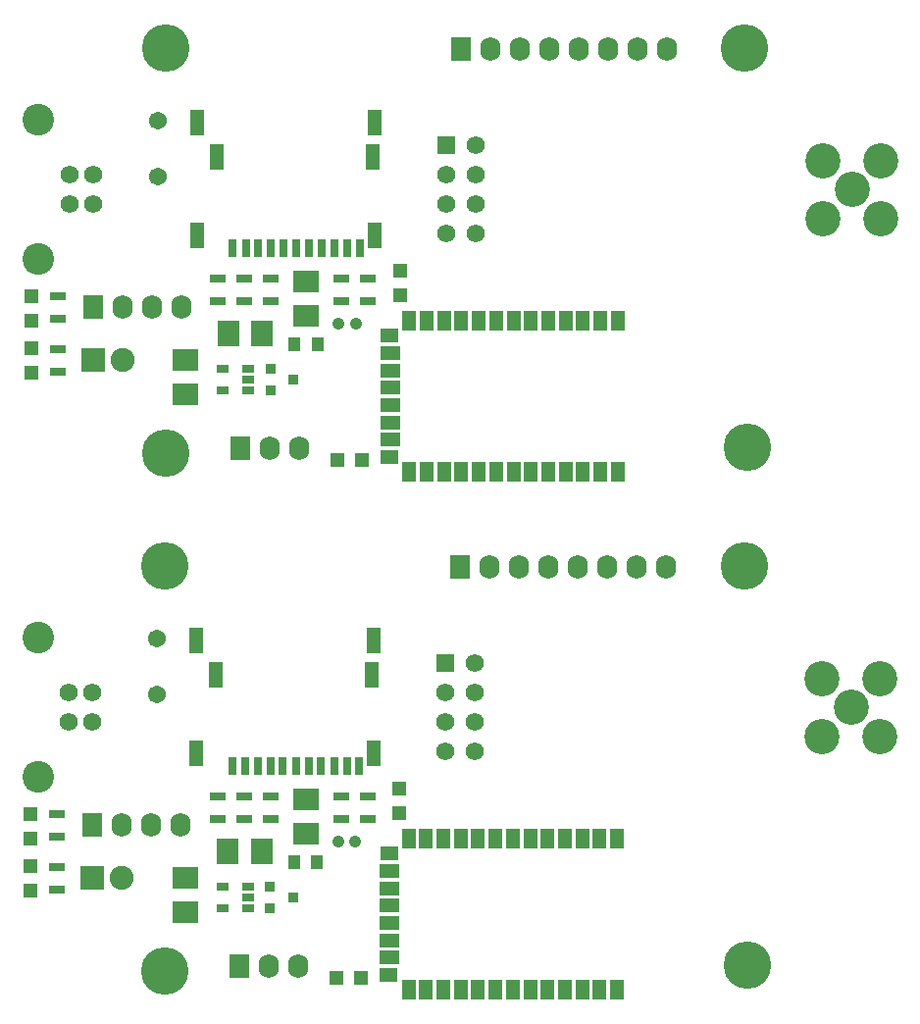
<source format=gts>
G04 #@! TF.FileFunction,Soldermask,Top*
%FSLAX46Y46*%
G04 Gerber Fmt 4.6, Leading zero omitted, Abs format (unit mm)*
G04 Created by KiCad (PCBNEW 4.0.4-stable) date Mon Oct 10 23:42:20 2016*
%MOMM*%
%LPD*%
G01*
G04 APERTURE LIST*
%ADD10C,0.100000*%
%ADD11R,1.238880X1.739260*%
%ADD12R,1.637660X1.238880*%
%ADD13R,1.739260X1.238880*%
%ADD14R,1.238880X1.238880*%
%ADD15R,2.072000X2.072000*%
%ADD16O,2.072000X2.072000*%
%ADD17R,1.340000X0.740000*%
%ADD18C,4.104000*%
%ADD19C,1.040760*%
%ADD20C,1.541140*%
%ADD21R,1.100000X0.690000*%
%ADD22R,0.840100X0.840100*%
%ADD23R,1.767200X2.072000*%
%ADD24O,1.767200X2.072000*%
%ADD25C,1.564000*%
%ADD26C,2.740020*%
%ADD27R,1.564000X1.564000*%
%ADD28C,3.040000*%
%ADD29R,0.700400X1.614800*%
%ADD30R,1.208400X2.224400*%
%ADD31R,2.270000X1.840000*%
%ADD32R,1.840000X2.270000*%
%ADD33R,1.040000X1.290000*%
G04 APERTURE END LIST*
D10*
D11*
X64470280Y-93322140D03*
X62969140Y-93322140D03*
X61470540Y-93322140D03*
X65968880Y-93322140D03*
X67470020Y-93322140D03*
X68968620Y-93322140D03*
X70469760Y-93322140D03*
X71968360Y-93322140D03*
X73469500Y-93322140D03*
X74970640Y-93322140D03*
X76469240Y-93322140D03*
X77970380Y-93322140D03*
X79468980Y-93322140D03*
D12*
X59773820Y-94571820D03*
D13*
X59819540Y-96075500D03*
X59819540Y-97574100D03*
X59819540Y-99072700D03*
X59819540Y-100571300D03*
X59819540Y-102069900D03*
X59819540Y-103568500D03*
D12*
X59771280Y-105067100D03*
D11*
X61470540Y-106321860D03*
X62969140Y-106321860D03*
X64472820Y-106321860D03*
X65968880Y-106321860D03*
X67470020Y-106321860D03*
X68968620Y-106321860D03*
X70469760Y-106321860D03*
X71968360Y-106321860D03*
X73469500Y-106321860D03*
X74970640Y-106321860D03*
X76469240Y-106321860D03*
X77970380Y-106321860D03*
X79468980Y-106321860D03*
D14*
X60642500Y-91092020D03*
X60642500Y-88993980D03*
X57373520Y-105283000D03*
X55275480Y-105283000D03*
D15*
X34163000Y-96710500D03*
D16*
X36703000Y-96710500D03*
D17*
X31115000Y-97660500D03*
X31115000Y-95760500D03*
D14*
X28829000Y-95661480D03*
X28829000Y-97759520D03*
D18*
X90678000Y-104203500D03*
X40433000Y-104738500D03*
X90433000Y-69738500D03*
X40433000Y-69738500D03*
D19*
X56883300Y-93535500D03*
X55384700Y-93535500D03*
D20*
X39751000Y-75981560D03*
X39751000Y-80863440D03*
D21*
X47582000Y-99311500D03*
X47582000Y-98361500D03*
X47582000Y-97411500D03*
X45382000Y-97411500D03*
X45382000Y-99311500D03*
D17*
X31115000Y-91188500D03*
X31115000Y-93088500D03*
X44958000Y-91564500D03*
X44958000Y-89664500D03*
X47244000Y-91564500D03*
X47244000Y-89664500D03*
X49530000Y-91564500D03*
X49530000Y-89664500D03*
X55626000Y-91564500D03*
X55626000Y-89664500D03*
X57912000Y-91564500D03*
X57912000Y-89664500D03*
D22*
X49481740Y-97411500D03*
X49481740Y-99311500D03*
X51480720Y-98361500D03*
D23*
X65913000Y-69850000D03*
D24*
X68453000Y-69850000D03*
X70993000Y-69850000D03*
X73533000Y-69850000D03*
X76073000Y-69850000D03*
X78613000Y-69850000D03*
X81153000Y-69850000D03*
X83693000Y-69850000D03*
D25*
X34163000Y-80708500D03*
X34163000Y-83248500D03*
X32164020Y-83248500D03*
X32164020Y-80708500D03*
D26*
X29464000Y-75979020D03*
X29464000Y-87977980D03*
D27*
X64643000Y-78168500D03*
D25*
X67183000Y-78168500D03*
X64643000Y-80708500D03*
X67183000Y-80708500D03*
X64643000Y-83248500D03*
X67183000Y-83248500D03*
X64643000Y-85788500D03*
X67183000Y-85788500D03*
D28*
X97183000Y-84478500D03*
X97183000Y-79478500D03*
X99683000Y-81978500D03*
X102183000Y-79478500D03*
X102183000Y-84478500D03*
D23*
X46863000Y-104330500D03*
D24*
X49403000Y-104330500D03*
X51943000Y-104330500D03*
D23*
X34163000Y-92138500D03*
D24*
X36703000Y-92138500D03*
X39243000Y-92138500D03*
X41783000Y-92138500D03*
D29*
X46228000Y-87058500D03*
X48437800Y-87058500D03*
X49530000Y-87058500D03*
X50622200Y-87058500D03*
X51739800Y-87058500D03*
X52832000Y-87058500D03*
X53924200Y-87058500D03*
X55041800Y-87058500D03*
X56134000Y-87058500D03*
X47355760Y-87058500D03*
D30*
X44831000Y-79184500D03*
X58293000Y-79184500D03*
D29*
X57226200Y-87058500D03*
D30*
X58473000Y-76158500D03*
X43123000Y-76158500D03*
X58473000Y-85958500D03*
X43123000Y-85958500D03*
D14*
X28829000Y-91216480D03*
X28829000Y-93314520D03*
D31*
X52578000Y-92836500D03*
X52578000Y-89916500D03*
D32*
X48767500Y-94361000D03*
X45847500Y-94361000D03*
D33*
X53578000Y-95313500D03*
X51578000Y-95313500D03*
D31*
X42164000Y-99631000D03*
X42164000Y-96711000D03*
X42227500Y-54927000D03*
X42227500Y-52007000D03*
D33*
X53641500Y-50609500D03*
X51641500Y-50609500D03*
D32*
X48831000Y-49657000D03*
X45911000Y-49657000D03*
D31*
X52641500Y-48132500D03*
X52641500Y-45212500D03*
D14*
X28892500Y-46512480D03*
X28892500Y-48610520D03*
D29*
X46291500Y-42354500D03*
X48501300Y-42354500D03*
X49593500Y-42354500D03*
X50685700Y-42354500D03*
X51803300Y-42354500D03*
X52895500Y-42354500D03*
X53987700Y-42354500D03*
X55105300Y-42354500D03*
X56197500Y-42354500D03*
X47419260Y-42354500D03*
D30*
X44894500Y-34480500D03*
X58356500Y-34480500D03*
D29*
X57289700Y-42354500D03*
D30*
X58536500Y-31454500D03*
X43186500Y-31454500D03*
X58536500Y-41254500D03*
X43186500Y-41254500D03*
D23*
X34226500Y-47434500D03*
D24*
X36766500Y-47434500D03*
X39306500Y-47434500D03*
X41846500Y-47434500D03*
D23*
X46926500Y-59626500D03*
D24*
X49466500Y-59626500D03*
X52006500Y-59626500D03*
D27*
X64706500Y-33464500D03*
D25*
X67246500Y-33464500D03*
X64706500Y-36004500D03*
X67246500Y-36004500D03*
X64706500Y-38544500D03*
X67246500Y-38544500D03*
X64706500Y-41084500D03*
X67246500Y-41084500D03*
D28*
X97246500Y-39774500D03*
X97246500Y-34774500D03*
X99746500Y-37274500D03*
X102246500Y-34774500D03*
X102246500Y-39774500D03*
D25*
X34226500Y-36004500D03*
X34226500Y-38544500D03*
X32227520Y-38544500D03*
X32227520Y-36004500D03*
D26*
X29527500Y-31275020D03*
X29527500Y-43273980D03*
D23*
X65976500Y-25146000D03*
D24*
X68516500Y-25146000D03*
X71056500Y-25146000D03*
X73596500Y-25146000D03*
X76136500Y-25146000D03*
X78676500Y-25146000D03*
X81216500Y-25146000D03*
X83756500Y-25146000D03*
D22*
X49545240Y-52707500D03*
X49545240Y-54607500D03*
X51544220Y-53657500D03*
D17*
X57975500Y-46860500D03*
X57975500Y-44960500D03*
X55689500Y-46860500D03*
X55689500Y-44960500D03*
X49593500Y-46860500D03*
X49593500Y-44960500D03*
X47307500Y-46860500D03*
X47307500Y-44960500D03*
X45021500Y-46860500D03*
X45021500Y-44960500D03*
X31178500Y-46484500D03*
X31178500Y-48384500D03*
D21*
X47645500Y-54607500D03*
X47645500Y-53657500D03*
X47645500Y-52707500D03*
X45445500Y-52707500D03*
X45445500Y-54607500D03*
D20*
X39814500Y-31277560D03*
X39814500Y-36159440D03*
D19*
X56946800Y-48831500D03*
X55448200Y-48831500D03*
D18*
X40496500Y-25034500D03*
X90496500Y-25034500D03*
X40496500Y-60034500D03*
X90741500Y-59499500D03*
D14*
X28892500Y-50957480D03*
X28892500Y-53055520D03*
D17*
X31178500Y-52956500D03*
X31178500Y-51056500D03*
D15*
X34226500Y-52006500D03*
D16*
X36766500Y-52006500D03*
D14*
X57437020Y-60579000D03*
X55338980Y-60579000D03*
X60706000Y-46388020D03*
X60706000Y-44289980D03*
D11*
X64533780Y-48618140D03*
X63032640Y-48618140D03*
X61534040Y-48618140D03*
X66032380Y-48618140D03*
X67533520Y-48618140D03*
X69032120Y-48618140D03*
X70533260Y-48618140D03*
X72031860Y-48618140D03*
X73533000Y-48618140D03*
X75034140Y-48618140D03*
X76532740Y-48618140D03*
X78033880Y-48618140D03*
X79532480Y-48618140D03*
D12*
X59837320Y-49867820D03*
D13*
X59883040Y-51371500D03*
X59883040Y-52870100D03*
X59883040Y-54368700D03*
X59883040Y-55867300D03*
X59883040Y-57365900D03*
X59883040Y-58864500D03*
D12*
X59834780Y-60363100D03*
D11*
X61534040Y-61617860D03*
X63032640Y-61617860D03*
X64536320Y-61617860D03*
X66032380Y-61617860D03*
X67533520Y-61617860D03*
X69032120Y-61617860D03*
X70533260Y-61617860D03*
X72031860Y-61617860D03*
X73533000Y-61617860D03*
X75034140Y-61617860D03*
X76532740Y-61617860D03*
X78033880Y-61617860D03*
X79532480Y-61617860D03*
M02*

</source>
